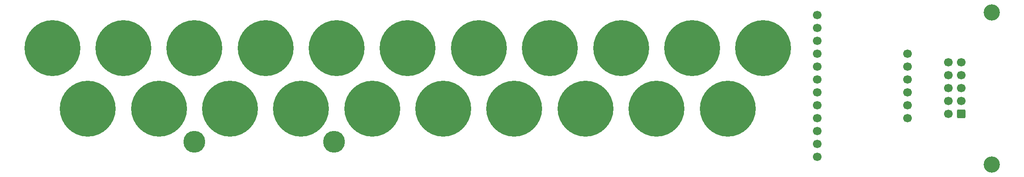
<source format=gbs>
G04 #@! TF.GenerationSoftware,KiCad,Pcbnew,8.0.7*
G04 #@! TF.CreationDate,2025-06-18T23:22:59-07:00*
G04 #@! TF.ProjectId,ESP32_MIDI_Summer25_FRETSkicad_pro.kicad_sch,45535033-325f-44d4-9944-495f53756d6d,rev?*
G04 #@! TF.SameCoordinates,Original*
G04 #@! TF.FileFunction,Soldermask,Bot*
G04 #@! TF.FilePolarity,Negative*
%FSLAX46Y46*%
G04 Gerber Fmt 4.6, Leading zero omitted, Abs format (unit mm)*
G04 Created by KiCad (PCBNEW 8.0.7) date 2025-06-18 23:22:59*
%MOMM*%
%LPD*%
G01*
G04 APERTURE LIST*
G04 Aperture macros list*
%AMRoundRect*
0 Rectangle with rounded corners*
0 $1 Rounding radius*
0 $2 $3 $4 $5 $6 $7 $8 $9 X,Y pos of 4 corners*
0 Add a 4 corners polygon primitive as box body*
4,1,4,$2,$3,$4,$5,$6,$7,$8,$9,$2,$3,0*
0 Add four circle primitives for the rounded corners*
1,1,$1+$1,$2,$3*
1,1,$1+$1,$4,$5*
1,1,$1+$1,$6,$7*
1,1,$1+$1,$8,$9*
0 Add four rect primitives between the rounded corners*
20,1,$1+$1,$2,$3,$4,$5,0*
20,1,$1+$1,$4,$5,$6,$7,0*
20,1,$1+$1,$6,$7,$8,$9,0*
20,1,$1+$1,$8,$9,$2,$3,0*%
G04 Aperture macros list end*
%ADD10C,11.000000*%
%ADD11C,6.800000*%
%ADD12RoundRect,0.250000X0.600000X0.600000X-0.600000X0.600000X-0.600000X-0.600000X0.600000X-0.600000X0*%
%ADD13C,1.700000*%
%ADD14C,3.200000*%
%ADD15C,4.300000*%
G04 APERTURE END LIST*
D10*
X179000000Y-99000000D03*
D11*
X179000000Y-99000000D03*
D10*
X137000000Y-99000000D03*
D11*
X137000000Y-99000000D03*
D10*
X172000000Y-87000000D03*
D11*
X172000000Y-87000000D03*
D10*
X165000000Y-99000000D03*
D11*
X165000000Y-99000000D03*
D10*
X186000000Y-87000000D03*
D11*
X186000000Y-87000000D03*
D10*
X95000000Y-99000000D03*
D11*
X95000000Y-99000000D03*
D10*
X193000000Y-99000000D03*
D11*
X193000000Y-99000000D03*
D10*
X60000000Y-87000000D03*
D11*
X60000000Y-87000000D03*
D12*
X239000000Y-100000000D03*
D13*
X236460000Y-100000000D03*
X239000000Y-97460000D03*
X236460000Y-97460000D03*
X239000000Y-94920000D03*
X236460000Y-94920000D03*
X239000000Y-92380000D03*
X236460000Y-92380000D03*
X239000000Y-89840000D03*
X236460000Y-89840000D03*
D10*
X88000000Y-87000000D03*
D11*
X88000000Y-87000000D03*
D10*
X109000000Y-99000000D03*
D11*
X109000000Y-99000000D03*
D10*
X200000000Y-87000000D03*
D11*
X200000000Y-87000000D03*
D14*
X245000000Y-80000000D03*
D10*
X130000000Y-87000000D03*
D11*
X130000000Y-87000000D03*
D10*
X144000000Y-87000000D03*
D11*
X144000000Y-87000000D03*
D13*
X228390000Y-100850000D03*
X228390000Y-98310000D03*
X228390000Y-95770000D03*
X228390000Y-93230000D03*
X228390000Y-90690000D03*
X228390000Y-88150000D03*
X210610000Y-80530000D03*
X210610000Y-83070000D03*
X210610000Y-85610000D03*
X210610000Y-88150000D03*
X210610000Y-90690000D03*
X210610000Y-93230000D03*
X210610000Y-95770000D03*
X210610000Y-98310000D03*
X210610000Y-100850000D03*
X210610000Y-103390000D03*
X210610000Y-105930000D03*
X210610000Y-108470000D03*
D10*
X81000000Y-99000000D03*
D11*
X81000000Y-99000000D03*
D10*
X102000000Y-87000000D03*
D11*
X102000000Y-87000000D03*
D10*
X158000000Y-87000000D03*
D11*
X158000000Y-87000000D03*
D10*
X116000000Y-87000000D03*
D11*
X116000000Y-87000000D03*
D15*
X88000000Y-105500000D03*
D10*
X74000000Y-87000000D03*
D11*
X74000000Y-87000000D03*
D10*
X123000000Y-99000000D03*
D11*
X123000000Y-99000000D03*
D14*
X245000000Y-110000000D03*
D10*
X151000000Y-99000000D03*
D11*
X151000000Y-99000000D03*
D15*
X115500000Y-105500000D03*
D10*
X67000000Y-99000000D03*
D11*
X67000000Y-99000000D03*
M02*

</source>
